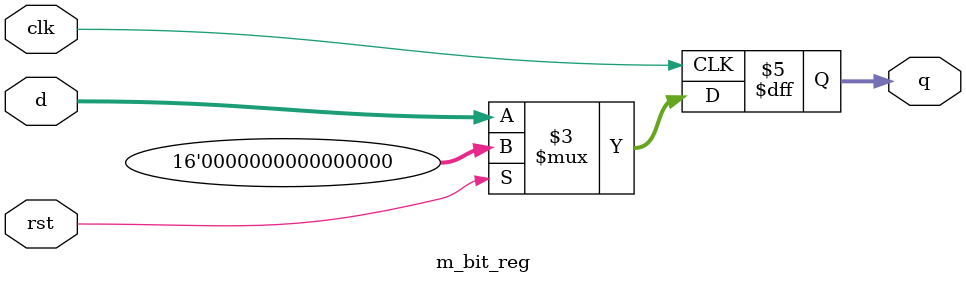
<source format=v>
`timescale 1ns / 1ps


module m_bit_reg(d, clk, rst, q);

parameter M = 16;

input [M-1:0] d;
input clk;
input rst;
output reg [M-1:0] q;

always @(posedge clk)
begin
    if (rst)
        q <= 0;
    else
        q <= d;
end

endmodule


</source>
